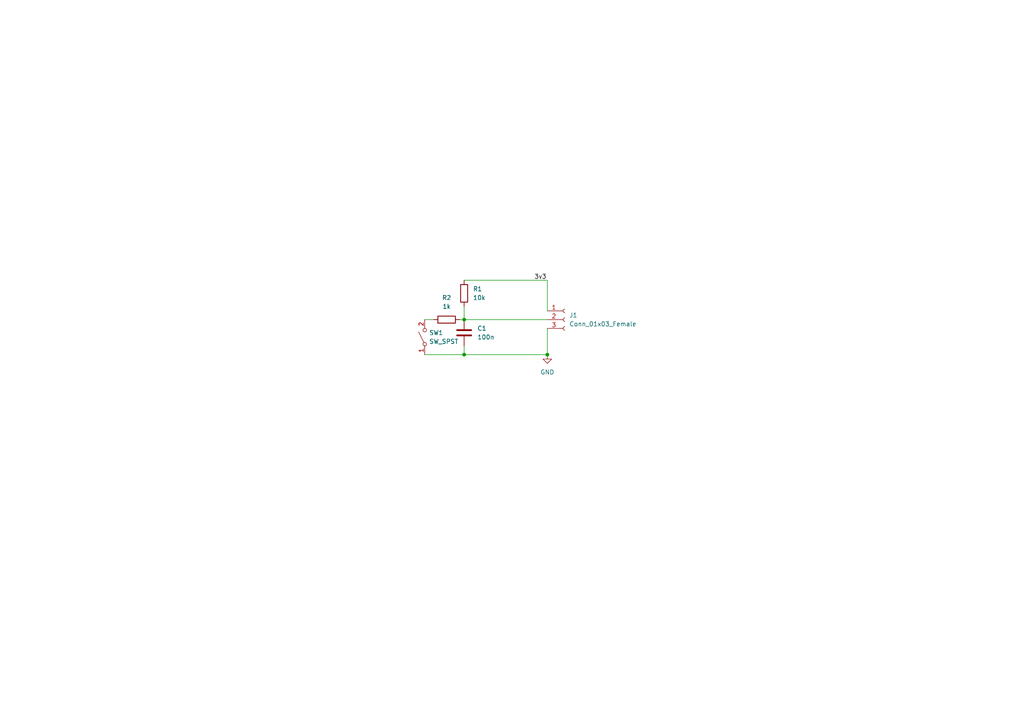
<source format=kicad_sch>
(kicad_sch (version 20211123) (generator eeschema)
  (paper "A4")
  (lib_symbols
    (symbol "Connector:Conn_01x03_Female" (pin_names (offset 1.016) hide)
      (property "Reference" "J" (at 0 5.08 0))
      (property "Value" "Conn_01x03_Female" (at 0 -5.08 0))
      (symbol "Conn_01x03_Female_1_1"
        (arc (start 0 -2.032) (mid -0.508 -2.54) (end 0 -3.048) (stroke (width 0.1524)))
        (polyline (pts (xy -1.27 -2.54) (xy -0.508 -2.54)) (stroke (width 0.1524)))
        (polyline (pts (xy -1.27 0) (xy -0.508 0)) (stroke (width 0.1524)))
        (polyline (pts (xy -1.27 2.54) (xy -0.508 2.54)) (stroke (width 0.1524)))
        (arc (start 0 0.508) (mid -0.508 0) (end 0 -0.508) (stroke (width 0.1524)))
        (arc (start 0 3.048) (mid -0.508 2.54) (end 0 2.032) (stroke (width 0.1524)))
        (pin passive line (at -5.08 2.54 0) (length 3.81) (name "Pin_1") (number "1"))
        (pin passive line (at -5.08 0 0) (length 3.81) (name "Pin_2") (number "2"))
        (pin passive line (at -5.08 -2.54 0) (length 3.81) (name "Pin_3") (number "3"))
      )
    )
    (symbol "Device:C" (pin_numbers hide) (pin_names (offset 0.254))
      (property "Reference" "C" (at 0.635 2.54 0))
      (property "Value" "C" (at 0.635 -2.54 0))
      (symbol "C_0_1"
        (polyline (pts (xy -2.032 -0.762) (xy 2.032 -0.762)) (stroke (width 0.508)))
        (polyline (pts (xy -2.032 0.762) (xy 2.032 0.762)) (stroke (width 0.508)))
      )
      (symbol "C_1_1"
        (pin passive line (at 0 3.81 270) (length 2.794) (name "~") (number "1"))
        (pin passive line (at 0 -3.81 90) (length 2.794) (name "~") (number "2"))
      )
    )
    (symbol "Device:R" (pin_numbers hide) (pin_names (offset 0))
      (property "Reference" "R" (at 2.032 0 90))
      (property "Value" "R" (at 0 0 90))
      (symbol "R_0_1"
        (rectangle (start -1.016 -2.54) (end 1.016 2.54) (stroke (width 0.254)))
      )
      (symbol "R_1_1"
        (pin passive line (at 0 3.81 270) (length 1.27) (name "~") (number "1"))
        (pin passive line (at 0 -3.81 90) (length 1.27) (name "~") (number "2"))
      )
    )
    (symbol "Switch:SW_SPST" (pin_names (offset 0) hide)
      (property "Reference" "SW" (at 0 3.175 0))
      (property "Value" "SW_SPST" (at 0 -2.54 0))
      (symbol "SW_SPST_0_0"
        (circle (center -2.032 0) (radius 0.508))
        (polyline (pts (xy -1.524 0.254) (xy 1.524 1.778)))
        (circle (center 2.032 0) (radius 0.508))
      )
      (symbol "SW_SPST_1_1"
        (pin passive line (at -5.08 0 0) (length 2.54) (name "A") (number "1"))
        (pin passive line (at 5.08 0 180) (length 2.54) (name "B") (number "2"))
      )
    )
    (symbol "power:GND" (power) (pin_names (offset 0))
      (property "Value" "GND" (at 0 -3.81 0))
      (symbol "GND_0_1"
        (polyline (pts (xy 0 0) (xy 0 -1.27) (xy 1.27 -1.27) (xy 0 -2.54) (xy -1.27 -1.27) (xy 0 -1.27)))
      )
      (symbol "GND_1_1"
        (pin power_in line (at 0 0 270) (length 0) hide (name "GND") (number "1"))
      )
    )
  )
  (junction (at 134.62 102.87))
  (junction (at 158.75 102.87))
  (junction (at 134.62 92.71))
  (wire (pts (xy 133.35 92.71) (xy 134.62 92.71)))
  (wire (pts (xy 123.19 92.71) (xy 125.73 92.71)))
  (wire (pts (xy 158.75 95.25) (xy 158.75 102.87)))
  (wire (pts (xy 158.75 90.17) (xy 158.75 81.28)))
  (wire (pts (xy 134.62 100.33) (xy 134.62 102.87)))
  (wire (pts (xy 134.62 102.87) (xy 158.75 102.87)))
  (wire (pts (xy 158.75 81.28) (xy 134.62 81.28)))
  (wire (pts (xy 134.62 92.71) (xy 158.75 92.71)))
  (wire (pts (xy 134.62 88.9) (xy 134.62 92.71)))
  (wire (pts (xy 134.62 102.87) (xy 123.19 102.87)))
  (label "3v3" (at 154.94 81.28 0))
  (symbol (lib_id "Connector:Conn_01x03_Female") (at 163.83 92.71 0) (unit 1)
    (property "Reference" "J1" (at 165.1 91.4399 0) (effects (justify left)))
    (property "Value" "Conn_01x03_Female" (at 165.1 93.9799 0) (effects (justify left)))
    (property "Footprint" "Connector_Wire:SolderWire-0.1sqmm_1x03_P3.6mm_D0.4mm_OD1mm" (effects hide))
  )
  (symbol (lib_id "Switch:SW_SPST") (at 123.19 97.79 90) (unit 1)
    (property "Reference" "SW1" (at 124.46 96.5199 90) (effects (justify right)))
    (property "Value" "SW_SPST" (at 124.46 99.0599 90) (effects (justify right)))
    (property "Footprint" "pretty:SW_EVQ-P7J01P" (effects hide))
  )
  (symbol (lib_id "Device:R") (at 134.62 85.09 0) (unit 1)
    (property "Reference" "R1" (at 137.16 83.8199 0) (effects (justify left)))
    (property "Value" "10k" (at 137.16 86.3599 0) (effects (justify left)))
    (property "Footprint" "Resistor_SMD:R_0805_2012Metric_Pad1.20x1.40mm_HandSolder" (effects hide))
  )
  (symbol (lib_id "Device:R") (at 129.54 92.71 90) (unit 1)
    (property "Reference" "R2" (at 129.54 86.36 90))
    (property "Value" "1k" (at 129.54 88.9 90))
    (property "Footprint" "Resistor_SMD:R_0805_2012Metric_Pad1.20x1.40mm_HandSolder" (effects hide))
  )
  (symbol (lib_id "power:GND") (at 158.75 102.87 0) (unit 1)
    (property "Reference" "#PWR0101" (effects hide))
    (property "Value" "GND" (at 158.75 107.95 0))
  )
  (symbol (lib_id "Device:C") (at 134.62 96.52 0) (unit 1)
    (property "Reference" "C1" (at 138.43 95.2499 0) (effects (justify left)))
    (property "Value" "100n" (at 138.43 97.7899 0) (effects (justify left)))
    (property "Footprint" "Capacitor_SMD:C_0805_2012Metric_Pad1.18x1.45mm_HandSolder" (effects hide))
  )
)
</source>
